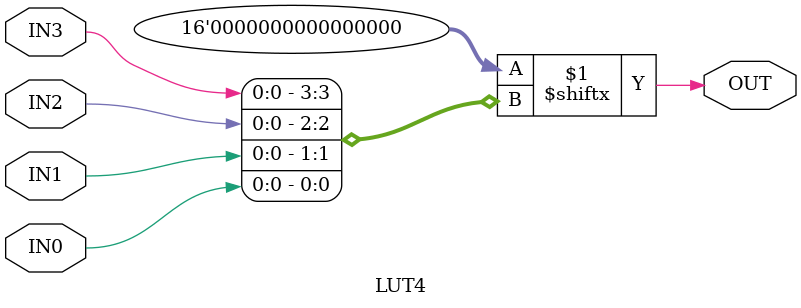
<source format=v>
module DFF(input D, CLK, nRSTZ, nSETZ, output reg Q);
	always @(posedge CLK, negedge nRSTZ, negedge nSETZ) begin
		if (!nRSTZ)
			Q <= 1'b0;
		else if (!nSETZ)
			Q <= 1'b1;
		else
			Q <= D;
	end
endmodule

module LUT2(input IN0, IN1, output OUT);
	parameter [3:0] INIT = 0;
	assign OUT = INIT[{IN1, IN0}];
endmodule

module LUT3(input IN0, IN1, IN2, output OUT);
	parameter [7:0] INIT = 0;
	assign OUT = INIT[{IN2, IN1, IN0}];
endmodule

module LUT4(input IN0, IN1, IN2, IN3, output OUT);
	parameter [15:0] INIT = 0;
	assign OUT = INIT[{IN3, IN2, IN1, IN0}];
endmodule

</source>
